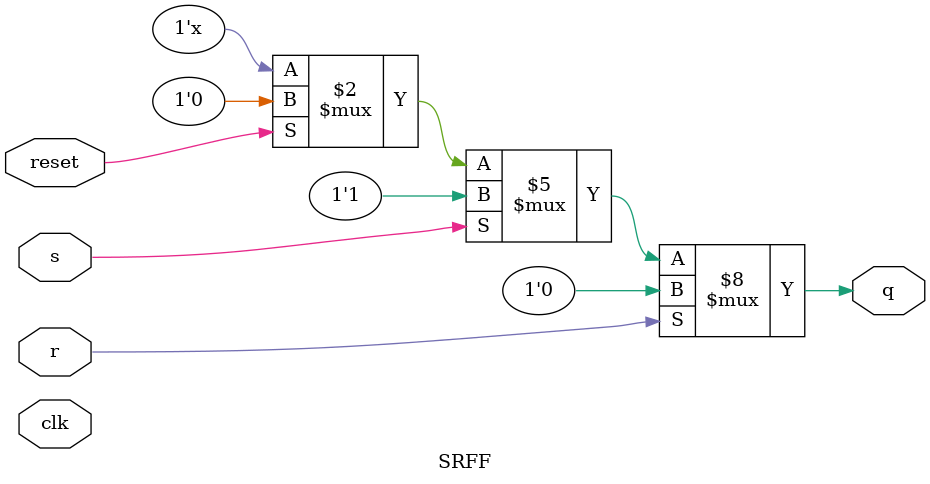
<source format=v>
`timescale 1ns / 1ps
module SRFF(
		input wire clk, s, r, reset,
		output reg q
    );
	 
	 always @*
		if(r)
			q <= 0; else
		if(s)
			q <= 1; else
		if(reset)
			q <= 0;


endmodule

</source>
